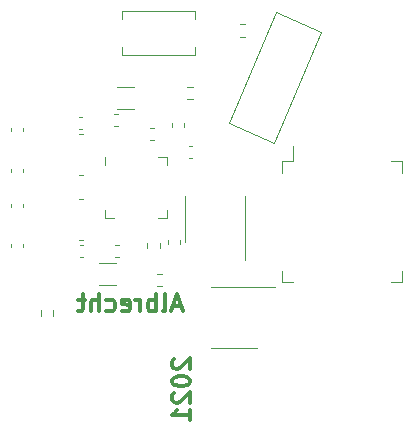
<source format=gbr>
%TF.GenerationSoftware,KiCad,Pcbnew,5.1.10-88a1d61d58~88~ubuntu20.04.1*%
%TF.CreationDate,2021-05-10T19:00:39+02:00*%
%TF.ProjectId,StepperServo,53746570-7065-4725-9365-72766f2e6b69,rev?*%
%TF.SameCoordinates,Original*%
%TF.FileFunction,Legend,Bot*%
%TF.FilePolarity,Positive*%
%FSLAX46Y46*%
G04 Gerber Fmt 4.6, Leading zero omitted, Abs format (unit mm)*
G04 Created by KiCad (PCBNEW 5.1.10-88a1d61d58~88~ubuntu20.04.1) date 2021-05-10 19:00:39*
%MOMM*%
%LPD*%
G01*
G04 APERTURE LIST*
%ADD10C,0.300000*%
%ADD11C,0.120000*%
G04 APERTURE END LIST*
D10*
X149021428Y-118628571D02*
X148950000Y-118700000D01*
X148878571Y-118842857D01*
X148878571Y-119200000D01*
X148950000Y-119342857D01*
X149021428Y-119414285D01*
X149164285Y-119485714D01*
X149307142Y-119485714D01*
X149521428Y-119414285D01*
X150378571Y-118557142D01*
X150378571Y-119485714D01*
X148878571Y-120414285D02*
X148878571Y-120557142D01*
X148950000Y-120700000D01*
X149021428Y-120771428D01*
X149164285Y-120842857D01*
X149450000Y-120914285D01*
X149807142Y-120914285D01*
X150092857Y-120842857D01*
X150235714Y-120771428D01*
X150307142Y-120700000D01*
X150378571Y-120557142D01*
X150378571Y-120414285D01*
X150307142Y-120271428D01*
X150235714Y-120200000D01*
X150092857Y-120128571D01*
X149807142Y-120057142D01*
X149450000Y-120057142D01*
X149164285Y-120128571D01*
X149021428Y-120200000D01*
X148950000Y-120271428D01*
X148878571Y-120414285D01*
X149021428Y-121485714D02*
X148950000Y-121557142D01*
X148878571Y-121700000D01*
X148878571Y-122057142D01*
X148950000Y-122200000D01*
X149021428Y-122271428D01*
X149164285Y-122342857D01*
X149307142Y-122342857D01*
X149521428Y-122271428D01*
X150378571Y-121414285D01*
X150378571Y-122342857D01*
X150378571Y-123771428D02*
X150378571Y-122914285D01*
X150378571Y-123342857D02*
X148878571Y-123342857D01*
X149092857Y-123200000D01*
X149235714Y-123057142D01*
X149307142Y-122914285D01*
X149657142Y-114150000D02*
X148942857Y-114150000D01*
X149800000Y-114578571D02*
X149300000Y-113078571D01*
X148800000Y-114578571D01*
X148085714Y-114578571D02*
X148228571Y-114507142D01*
X148300000Y-114364285D01*
X148300000Y-113078571D01*
X147514285Y-114578571D02*
X147514285Y-113078571D01*
X147514285Y-113650000D02*
X147371428Y-113578571D01*
X147085714Y-113578571D01*
X146942857Y-113650000D01*
X146871428Y-113721428D01*
X146800000Y-113864285D01*
X146800000Y-114292857D01*
X146871428Y-114435714D01*
X146942857Y-114507142D01*
X147085714Y-114578571D01*
X147371428Y-114578571D01*
X147514285Y-114507142D01*
X146157142Y-114578571D02*
X146157142Y-113578571D01*
X146157142Y-113864285D02*
X146085714Y-113721428D01*
X146014285Y-113650000D01*
X145871428Y-113578571D01*
X145728571Y-113578571D01*
X144657142Y-114507142D02*
X144800000Y-114578571D01*
X145085714Y-114578571D01*
X145228571Y-114507142D01*
X145300000Y-114364285D01*
X145300000Y-113792857D01*
X145228571Y-113650000D01*
X145085714Y-113578571D01*
X144800000Y-113578571D01*
X144657142Y-113650000D01*
X144585714Y-113792857D01*
X144585714Y-113935714D01*
X145300000Y-114078571D01*
X143300000Y-114507142D02*
X143442857Y-114578571D01*
X143728571Y-114578571D01*
X143871428Y-114507142D01*
X143942857Y-114435714D01*
X144014285Y-114292857D01*
X144014285Y-113864285D01*
X143942857Y-113721428D01*
X143871428Y-113650000D01*
X143728571Y-113578571D01*
X143442857Y-113578571D01*
X143300000Y-113650000D01*
X142657142Y-114578571D02*
X142657142Y-113078571D01*
X142014285Y-114578571D02*
X142014285Y-113792857D01*
X142085714Y-113650000D01*
X142228571Y-113578571D01*
X142442857Y-113578571D01*
X142585714Y-113650000D01*
X142657142Y-113721428D01*
X141514285Y-113578571D02*
X140942857Y-113578571D01*
X141300000Y-113078571D02*
X141300000Y-114364285D01*
X141228571Y-114507142D01*
X141085714Y-114578571D01*
X140942857Y-114578571D01*
D11*
%TO.C,R20*%
X137777500Y-114462742D02*
X137777500Y-114937258D01*
X138822500Y-114462742D02*
X138822500Y-114937258D01*
%TO.C,R16*%
X154587742Y-91322500D02*
X155062258Y-91322500D01*
X154587742Y-90277500D02*
X155062258Y-90277500D01*
%TO.C,R11*%
X146777500Y-108762742D02*
X146777500Y-109237258D01*
X147822500Y-108762742D02*
X147822500Y-109237258D01*
%TO.C,R7*%
X148037258Y-111377500D02*
X147562742Y-111377500D01*
X148037258Y-112422500D02*
X147562742Y-112422500D01*
%TO.C,U6*%
X149940000Y-106750000D02*
X149940000Y-104800000D01*
X149940000Y-106750000D02*
X149940000Y-108700000D01*
X155060000Y-106750000D02*
X155060000Y-104800000D01*
X155060000Y-106750000D02*
X155060000Y-110200000D01*
%TO.C,U5*%
X168360000Y-111160000D02*
X168360000Y-112110000D01*
X168360000Y-112110000D02*
X167410000Y-112110000D01*
X168360000Y-102840000D02*
X168360000Y-101890000D01*
X168360000Y-101890000D02*
X167410000Y-101890000D01*
X158140000Y-111160000D02*
X158140000Y-112110000D01*
X158140000Y-112110000D02*
X159090000Y-112110000D01*
X158140000Y-102840000D02*
X158140000Y-101890000D01*
X158140000Y-101890000D02*
X159090000Y-101890000D01*
X159090000Y-101890000D02*
X159090000Y-100550000D01*
%TO.C,U3*%
X143190000Y-105985000D02*
X143190000Y-106710000D01*
X143190000Y-106710000D02*
X143915000Y-106710000D01*
X148410000Y-102215000D02*
X148410000Y-101490000D01*
X148410000Y-101490000D02*
X147685000Y-101490000D01*
X148410000Y-105985000D02*
X148410000Y-106710000D01*
X148410000Y-106710000D02*
X147685000Y-106710000D01*
X143190000Y-102215000D02*
X143190000Y-101490000D01*
%TO.C,U2*%
X154100000Y-117660000D02*
X152150000Y-117660000D01*
X154100000Y-117660000D02*
X156050000Y-117660000D01*
X154100000Y-112540000D02*
X152150000Y-112540000D01*
X154100000Y-112540000D02*
X157550000Y-112540000D01*
%TO.C,SW4*%
X150800000Y-92850000D02*
X150800000Y-92200000D01*
X150800000Y-89150000D02*
X150800000Y-89800000D01*
X144600000Y-89800000D02*
X144600000Y-89150000D01*
X144600000Y-92850000D02*
X144600000Y-92200000D01*
X150800000Y-92850000D02*
X144600000Y-92850000D01*
X144600000Y-89150000D02*
X150800000Y-89150000D01*
%TO.C,R10*%
X140967017Y-103010000D02*
X141332983Y-103010000D01*
X140967017Y-99590000D02*
X141332983Y-99590000D01*
%TO.C,R9*%
X140967017Y-108510000D02*
X141332983Y-108510000D01*
X140967017Y-105090000D02*
X141332983Y-105090000D01*
%TO.C,R5*%
X150637258Y-95577500D02*
X150162742Y-95577500D01*
X150637258Y-96622500D02*
X150162742Y-96622500D01*
%TO.C,OPT1*%
X157639173Y-89268327D02*
X153653715Y-98657476D01*
X153653715Y-98657476D02*
X157519835Y-100298547D01*
X157519835Y-100298547D02*
X161505293Y-90909398D01*
X161505293Y-90909398D02*
X157639173Y-89268327D01*
%TO.C,C22*%
X135190000Y-99034420D02*
X135190000Y-99315580D01*
X136210000Y-99034420D02*
X136210000Y-99315580D01*
%TO.C,C21*%
X141265580Y-98090000D02*
X140984420Y-98090000D01*
X141265580Y-99110000D02*
X140984420Y-99110000D01*
%TO.C,C20*%
X136210000Y-102765580D02*
X136210000Y-102484420D01*
X135190000Y-102765580D02*
X135190000Y-102484420D01*
%TO.C,C19*%
X135190000Y-105484420D02*
X135190000Y-105765580D01*
X136210000Y-105484420D02*
X136210000Y-105765580D01*
%TO.C,C18*%
X141365580Y-108990000D02*
X141084420Y-108990000D01*
X141365580Y-110010000D02*
X141084420Y-110010000D01*
%TO.C,C17*%
X136210000Y-109115580D02*
X136210000Y-108834420D01*
X135190000Y-109115580D02*
X135190000Y-108834420D01*
%TO.C,C16*%
X150259420Y-101610000D02*
X150540580Y-101610000D01*
X150259420Y-100590000D02*
X150540580Y-100590000D01*
%TO.C,C15*%
X147315580Y-99090000D02*
X147034420Y-99090000D01*
X147315580Y-100110000D02*
X147034420Y-100110000D01*
%TO.C,C14*%
X144059420Y-110010000D02*
X144340580Y-110010000D01*
X144059420Y-108990000D02*
X144340580Y-108990000D01*
%TO.C,C13*%
X143984420Y-98910000D02*
X144265580Y-98910000D01*
X143984420Y-97890000D02*
X144265580Y-97890000D01*
%TO.C,C12*%
X148890000Y-98659420D02*
X148890000Y-98940580D01*
X149910000Y-98659420D02*
X149910000Y-98940580D01*
%TO.C,C11*%
X142688748Y-112310000D02*
X144111252Y-112310000D01*
X142688748Y-110490000D02*
X144111252Y-110490000D01*
%TO.C,C10*%
X144213748Y-97410000D02*
X145636252Y-97410000D01*
X144213748Y-95590000D02*
X145636252Y-95590000D01*
%TO.C,C8*%
X148490000Y-108559420D02*
X148490000Y-108840580D01*
X149510000Y-108559420D02*
X149510000Y-108840580D01*
%TD*%
M02*

</source>
